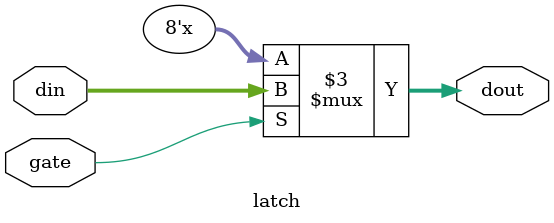
<source format=v>

module latch(input [7:0] din, input gate, output reg [7:0] dout);

  reg [7:0] state;

  always @(gate or din)
  begin
    if (gate == 1'b1)
    begin
      dout <= din;
    end
  end

endmodule
</source>
